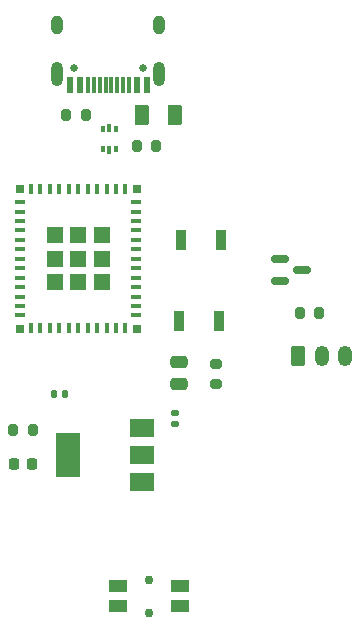
<source format=gbr>
%TF.GenerationSoftware,KiCad,Pcbnew,7.0.10*%
%TF.CreationDate,2024-08-20T03:50:42-07:00*%
%TF.ProjectId,kicad,6b696361-642e-46b6-9963-61645f706362,rev?*%
%TF.SameCoordinates,Original*%
%TF.FileFunction,Soldermask,Top*%
%TF.FilePolarity,Negative*%
%FSLAX46Y46*%
G04 Gerber Fmt 4.6, Leading zero omitted, Abs format (unit mm)*
G04 Created by KiCad (PCBNEW 7.0.10) date 2024-08-20 03:50:42*
%MOMM*%
%LPD*%
G01*
G04 APERTURE LIST*
G04 Aperture macros list*
%AMRoundRect*
0 Rectangle with rounded corners*
0 $1 Rounding radius*
0 $2 $3 $4 $5 $6 $7 $8 $9 X,Y pos of 4 corners*
0 Add a 4 corners polygon primitive as box body*
4,1,4,$2,$3,$4,$5,$6,$7,$8,$9,$2,$3,0*
0 Add four circle primitives for the rounded corners*
1,1,$1+$1,$2,$3*
1,1,$1+$1,$4,$5*
1,1,$1+$1,$6,$7*
1,1,$1+$1,$8,$9*
0 Add four rect primitives between the rounded corners*
20,1,$1+$1,$2,$3,$4,$5,0*
20,1,$1+$1,$4,$5,$6,$7,0*
20,1,$1+$1,$6,$7,$8,$9,0*
20,1,$1+$1,$8,$9,$2,$3,0*%
G04 Aperture macros list end*
%ADD10RoundRect,0.140000X-0.170000X0.140000X-0.170000X-0.140000X0.170000X-0.140000X0.170000X0.140000X0*%
%ADD11RoundRect,0.200000X-0.200000X-0.275000X0.200000X-0.275000X0.200000X0.275000X-0.200000X0.275000X0*%
%ADD12RoundRect,0.200000X0.200000X0.275000X-0.200000X0.275000X-0.200000X-0.275000X0.200000X-0.275000X0*%
%ADD13RoundRect,0.250000X0.475000X-0.250000X0.475000X0.250000X-0.475000X0.250000X-0.475000X-0.250000X0*%
%ADD14R,1.447800X1.447800*%
%ADD15R,0.711200X0.711200*%
%ADD16R,0.812800X0.406400*%
%ADD17R,0.406400X0.812800*%
%ADD18R,0.900000X1.700000*%
%ADD19RoundRect,0.250000X-0.350000X-0.625000X0.350000X-0.625000X0.350000X0.625000X-0.350000X0.625000X0*%
%ADD20O,1.200000X1.750000*%
%ADD21R,2.000000X1.500000*%
%ADD22R,2.000000X3.800000*%
%ADD23RoundRect,0.140000X-0.140000X-0.170000X0.140000X-0.170000X0.140000X0.170000X-0.140000X0.170000X0*%
%ADD24RoundRect,0.250000X-0.375000X-0.625000X0.375000X-0.625000X0.375000X0.625000X-0.375000X0.625000X0*%
%ADD25R,0.375000X0.500000*%
%ADD26R,0.300000X0.650000*%
%ADD27RoundRect,0.218750X-0.218750X-0.256250X0.218750X-0.256250X0.218750X0.256250X-0.218750X0.256250X0*%
%ADD28C,0.750000*%
%ADD29R,1.550000X1.000000*%
%ADD30RoundRect,0.200000X-0.275000X0.200000X-0.275000X-0.200000X0.275000X-0.200000X0.275000X0.200000X0*%
%ADD31C,0.650000*%
%ADD32R,0.600000X1.450000*%
%ADD33R,0.300000X1.450000*%
%ADD34O,1.000000X2.100000*%
%ADD35O,1.000000X1.600000*%
%ADD36RoundRect,0.150000X-0.587500X-0.150000X0.587500X-0.150000X0.587500X0.150000X-0.587500X0.150000X0*%
G04 APERTURE END LIST*
D10*
%TO.C,C6*%
X158530000Y-106370000D03*
X158530000Y-107330000D03*
%TD*%
D11*
%TO.C,R5*%
X144845000Y-107830000D03*
X146495000Y-107830000D03*
%TD*%
D12*
%TO.C,R4*%
X169115000Y-97970000D03*
X170765000Y-97970000D03*
%TD*%
D13*
%TO.C,C1*%
X158870000Y-103960000D03*
X158870000Y-102060000D03*
%TD*%
D14*
%TO.C,U3*%
X148365000Y-93349999D03*
X148365000Y-95324999D03*
X150340000Y-95324999D03*
X152315000Y-95324999D03*
X152315000Y-93349999D03*
X152315000Y-91374999D03*
X150340000Y-91374999D03*
X148365000Y-91374999D03*
D15*
X145390000Y-99299999D03*
X155290000Y-99299999D03*
X155290000Y-87399999D03*
X145390000Y-87399999D03*
D14*
X150340000Y-93349999D03*
D16*
X145440000Y-98149997D03*
X145440000Y-97349999D03*
X145440000Y-96549998D03*
X145440000Y-95749999D03*
X145440000Y-94949998D03*
X145440000Y-94150000D03*
X145440000Y-93349999D03*
X145440000Y-92549998D03*
X145440000Y-91750000D03*
X145440000Y-90949999D03*
X145440000Y-90150000D03*
X145440000Y-89349999D03*
X145440000Y-88549998D03*
D17*
X146340000Y-87450001D03*
X147140001Y-87450001D03*
X147940000Y-87450001D03*
X148740001Y-87450001D03*
X149539999Y-87450001D03*
X150340000Y-87450001D03*
X151140001Y-87450001D03*
X151939999Y-87450001D03*
X152740000Y-87450001D03*
X153539999Y-87450001D03*
X154340000Y-87450001D03*
D16*
X155240000Y-88550001D03*
X155240000Y-89349999D03*
X155240000Y-90150000D03*
X155240000Y-90949999D03*
X155240000Y-91750000D03*
X155240000Y-92549998D03*
X155240000Y-93349999D03*
X155240000Y-94150000D03*
X155240000Y-94949998D03*
X155240000Y-95749999D03*
X155240000Y-96549998D03*
X155240000Y-97349999D03*
X155240000Y-98150000D03*
D17*
X154340000Y-99249997D03*
X153539999Y-99249997D03*
X152740000Y-99249997D03*
X151939999Y-99249997D03*
X151140001Y-99249997D03*
X150340000Y-99249997D03*
X149539999Y-99249997D03*
X148740001Y-99249997D03*
X147940000Y-99249997D03*
X147140001Y-99249997D03*
X146340000Y-99249997D03*
%TD*%
D18*
%TO.C,SW2*%
X162460000Y-91740000D03*
X159060000Y-91740000D03*
%TD*%
D19*
%TO.C,J1*%
X168960000Y-101610000D03*
D20*
X170960000Y-101610000D03*
X172960000Y-101610000D03*
%TD*%
D12*
%TO.C,R2*%
X150965000Y-81180000D03*
X149315000Y-81180000D03*
%TD*%
D21*
%TO.C,U5*%
X155770000Y-112240000D03*
X155770000Y-109940000D03*
D22*
X149470000Y-109940000D03*
D21*
X155770000Y-107640000D03*
%TD*%
D23*
%TO.C,C7*%
X148300000Y-104840000D03*
X149260000Y-104840000D03*
%TD*%
D24*
%TO.C,F1*%
X155700000Y-81150000D03*
X158500000Y-81150000D03*
%TD*%
D18*
%TO.C,SW1*%
X158870000Y-98620000D03*
X162270000Y-98620000D03*
%TD*%
D25*
%TO.C,U1*%
X153507500Y-82340000D03*
D26*
X152970000Y-82265000D03*
D25*
X152432500Y-82340000D03*
X152432500Y-84040000D03*
D26*
X152970000Y-84115000D03*
D25*
X153507500Y-84040000D03*
%TD*%
D11*
%TO.C,R1*%
X155315000Y-83810000D03*
X156965000Y-83810000D03*
%TD*%
D27*
%TO.C,D1*%
X144882500Y-110750000D03*
X146457500Y-110750000D03*
%TD*%
D28*
%TO.C,SW3*%
X156350000Y-123300000D03*
X156350000Y-120550000D03*
D29*
X158975000Y-122775000D03*
X153725000Y-122775000D03*
X158975000Y-121075000D03*
X153725000Y-121075000D03*
%TD*%
D30*
%TO.C,R3*%
X162020000Y-103915000D03*
X162020000Y-102265000D03*
%TD*%
D31*
%TO.C,J6*%
X155790000Y-77180000D03*
X150010000Y-77180000D03*
D32*
X156150000Y-78625000D03*
X155350000Y-78625000D03*
D33*
X154150000Y-78625000D03*
X153150000Y-78625000D03*
X152650000Y-78625000D03*
X151650000Y-78625000D03*
D32*
X150450000Y-78625000D03*
X149650000Y-78625000D03*
X149650000Y-78625000D03*
X150450000Y-78625000D03*
D33*
X151150000Y-78625000D03*
X152150000Y-78625000D03*
X153650000Y-78625000D03*
X154650000Y-78625000D03*
D32*
X155350000Y-78625000D03*
X156150000Y-78625000D03*
D34*
X157220000Y-77710000D03*
D35*
X157220000Y-73530000D03*
D34*
X148580000Y-77710000D03*
D35*
X148580000Y-73530000D03*
%TD*%
D36*
%TO.C,Q1*%
X167442500Y-93360000D03*
X167442500Y-95260000D03*
X169317500Y-94310000D03*
%TD*%
M02*

</source>
